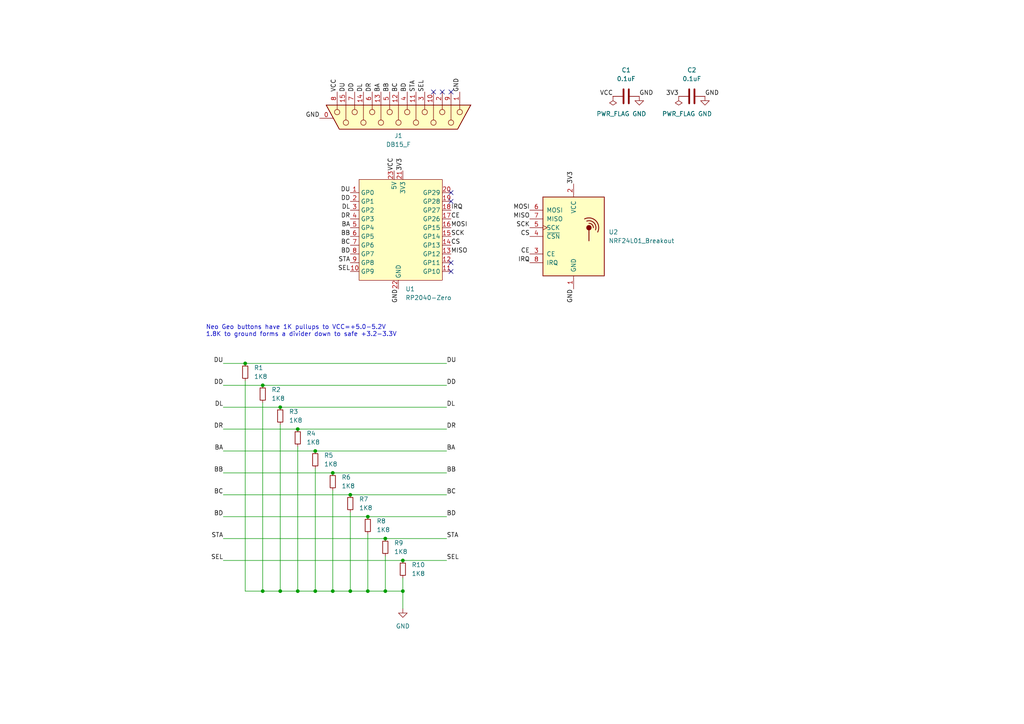
<source format=kicad_sch>
(kicad_sch (version 20230121) (generator eeschema)
  (paper "A4")
  (lib_symbols
    (symbol "Connector:DA15_Receptacle_MountingHoles" (pin_names (offset 1.016) hide)
      (property "Reference" "J" (at 0 24.13 0))
      (property "Value" "DA15_Receptacle_MountingHoles" (at 0 22.225 0))
      (symbol "DA15_Receptacle_MountingHoles_0_1"
        (circle (center -1.778 -17.78) (radius 0.762))
        (circle (center -1.778 -12.7) (radius 0.762))
        (circle (center -1.778 -7.62) (radius 0.762))
        (circle (center -1.778 -2.54) (radius 0.762))
        (circle (center -1.778 2.54) (radius 0.762))
        (circle (center -1.778 7.62) (radius 0.762))
        (circle (center -1.778 12.7) (radius 0.762))
        (circle (center -1.778 17.78) (radius 0.762))
        (polyline (pts (xy -3.81 -17.78) (xy -2.54 -17.78)))
        (polyline (pts (xy -3.81 -15.24) (xy 0.508 -15.24)))
        (polyline (pts (xy -3.81 -12.7) (xy -2.54 -12.7)))
        (polyline (pts (xy -3.81 -10.16) (xy 0.508 -10.16)))
        (polyline (pts (xy -3.81 -7.62) (xy -2.54 -7.62)))
        (polyline (pts (xy -3.81 -5.08) (xy 0.508 -5.08)))
        (polyline (pts (xy -3.81 -2.54) (xy -2.54 -2.54)))
        (polyline (pts (xy -3.81 0) (xy 0.508 0)))
        (polyline (pts (xy -3.81 2.54) (xy -2.54 2.54)))
        (polyline (pts (xy -3.81 5.08) (xy 0.508 5.08)))
        (polyline (pts (xy -3.81 7.62) (xy -2.54 7.62)))
        (polyline (pts (xy -3.81 10.16) (xy 0.508 10.16)))
        (polyline (pts (xy -3.81 12.7) (xy -2.54 12.7)))
        (polyline (pts (xy -3.81 15.24) (xy 0.508 15.24)))
        (polyline (pts (xy -3.81 17.78) (xy -2.54 17.78)))
        (polyline (pts (xy -3.81 20.955) (xy 3.175 17.145) (xy 3.175 -17.145) (xy -3.81 -20.955) (xy -3.81 20.955)) (stroke (width 0.254)) (fill (type background)))
        (circle (center 1.27 -15.24) (radius 0.762))
        (circle (center 1.27 -10.16) (radius 0.762))
        (circle (center 1.27 -5.08) (radius 0.762))
        (circle (center 1.27 0) (radius 0.762))
        (circle (center 1.27 5.08) (radius 0.762))
        (circle (center 1.27 10.16) (radius 0.762))
        (circle (center 1.27 15.24) (radius 0.762))
      )
      (symbol "DA15_Receptacle_MountingHoles_1_1"
        (pin passive line (at 0 -22.86 90) (length 3.81) (name "PAD") (number "0"))
        (pin passive line (at -7.62 17.78 0) (length 3.81) (name "1") (number "1"))
        (pin passive line (at -7.62 10.16 0) (length 3.81) (name "P10") (number "10"))
        (pin passive line (at -7.62 5.08 0) (length 3.81) (name "P111") (number "11"))
        (pin passive line (at -7.62 0 0) (length 3.81) (name "P12") (number "12"))
        (pin passive line (at -7.62 -5.08 0) (length 3.81) (name "P13") (number "13"))
        (pin passive line (at -7.62 -10.16 0) (length 3.81) (name "P14") (number "14"))
        (pin passive line (at -7.62 -15.24 0) (length 3.81) (name "P15") (number "15"))
        (pin passive line (at -7.62 12.7 0) (length 3.81) (name "2") (number "2"))
        (pin passive line (at -7.62 7.62 0) (length 3.81) (name "3") (number "3"))
        (pin passive line (at -7.62 2.54 0) (length 3.81) (name "4") (number "4"))
        (pin passive line (at -7.62 -2.54 0) (length 3.81) (name "5") (number "5"))
        (pin passive line (at -7.62 -7.62 0) (length 3.81) (name "6") (number "6"))
        (pin passive line (at -7.62 -12.7 0) (length 3.81) (name "7") (number "7"))
        (pin passive line (at -7.62 -17.78 0) (length 3.81) (name "8") (number "8"))
        (pin passive line (at -7.62 15.24 0) (length 3.81) (name "P9") (number "9"))
      )
    )
    (symbol "Device:C" (pin_numbers hide) (pin_names (offset 0.254))
      (property "Reference" "C" (at 0.635 2.54 0))
      (property "Value" "C" (at 0.635 -2.54 0))
      (symbol "C_0_1"
        (polyline (pts (xy -2.032 -0.762) (xy 2.032 -0.762)) (stroke (width 0.508)))
        (polyline (pts (xy -2.032 0.762) (xy 2.032 0.762)) (stroke (width 0.508)))
      )
      (symbol "C_1_1"
        (pin passive line (at 0 3.81 270) (length 2.794) (name "~") (number "1"))
        (pin passive line (at 0 -3.81 90) (length 2.794) (name "~") (number "2"))
      )
    )
    (symbol "Device:R_Small" (pin_numbers hide) (pin_names (offset 0.254) hide)
      (property "Reference" "R" (at 0.762 0.508 0))
      (property "Value" "R_Small" (at 0.762 -1.016 0))
      (symbol "R_Small_0_1"
        (rectangle (start -0.762 1.778) (end 0.762 -1.778) (stroke (width 0.2032)))
      )
      (symbol "R_Small_1_1"
        (pin passive line (at 0 2.54 270) (length 0.762) (name "~") (number "1"))
        (pin passive line (at 0 -2.54 90) (length 0.762) (name "~") (number "2"))
      )
    )
    (symbol "RF:NRF24L01_Breakout" (pin_names (offset 1.016))
      (property "Reference" "U" (at -8.89 12.7 0))
      (property "Value" "NRF24L01_Breakout" (at 3.81 12.7 0))
      (symbol "NRF24L01_Breakout_0_1"
        (rectangle (start -8.89 11.43) (end 8.89 -11.43) (stroke (width 0.254)) (fill (type background)))
        (polyline (pts (xy 4.445 1.905) (xy 4.445 -1.27)) (stroke (width 0.254)))
        (circle (center 4.445 2.54) (radius 0.635) (stroke (width 0.254)) (fill (type outline)))
        (arc (start 5.715 2.54) (mid 5.3521 3.4546) (end 4.445 3.81) (stroke (width 0.254)))
        (arc (start 6.35 1.905) (mid 5.8763 3.9854) (end 3.81 4.445) (stroke (width 0.254)))
        (arc (start 6.985 1.27) (mid 6.453 4.548) (end 3.175 5.08) (stroke (width 0.254)))
      )
      (symbol "NRF24L01_Breakout_1_1"
        (pin power_in line (at 0 -15.24 90) (length 3.81) (name "GND") (number "1"))
        (pin power_in line (at 0 15.24 270) (length 3.81) (name "VCC") (number "2"))
        (pin input line (at -12.7 -5.08 0) (length 3.81) (name "CE") (number "3"))
        (pin input line (at -12.7 0 0) (length 3.81) (name "~{CSN}") (number "4"))
        (pin input clock (at -12.7 2.54 0) (length 3.81) (name "SCK") (number "5"))
        (pin input line (at -12.7 7.62 0) (length 3.81) (name "MOSI") (number "6"))
        (pin output line (at -12.7 5.08 0) (length 3.81) (name "MISO") (number "7"))
        (pin output line (at -12.7 -7.62 0) (length 3.81) (name "IRQ") (number "8"))
      )
    )
    (symbol "RP2040Zero:RP2040-Zero"
      (property "Reference" "RZ" (at 0 0 0))
      (property "Value" "RP2040-Zero" (at 0 -2.54 0))
      (symbol "RP2040-Zero_0_1"
        (rectangle (start -11.43 -15.24) (end 12.7 13.97) (fill (type background)))
      )
      (symbol "RP2040-Zero_1_1"
        (pin bidirectional line (at -13.97 10.16 0) (length 2.54) (name "GP0") (number "1"))
        (pin bidirectional line (at -13.97 -12.7 0) (length 2.54) (name "GP9") (number "10"))
        (pin bidirectional line (at 15.24 -12.7 180) (length 2.54) (name "GP10") (number "11"))
        (pin bidirectional line (at 15.24 -10.16 180) (length 2.54) (name "GP11") (number "12"))
        (pin bidirectional line (at 15.24 -7.62 180) (length 2.54) (name "GP12") (number "13"))
        (pin bidirectional line (at 15.24 -5.08 180) (length 2.54) (name "GP13") (number "14"))
        (pin bidirectional line (at 15.24 -2.54 180) (length 2.54) (name "GP14") (number "15"))
        (pin bidirectional line (at 15.24 0 180) (length 2.54) (name "GP15") (number "16"))
        (pin bidirectional line (at 15.24 2.54 180) (length 2.54) (name "GP26") (number "17"))
        (pin bidirectional line (at 15.24 5.08 180) (length 2.54) (name "GP27") (number "18"))
        (pin bidirectional line (at 15.24 7.62 180) (length 2.54) (name "GP28") (number "19"))
        (pin bidirectional line (at -13.97 7.62 0) (length 2.54) (name "GP1") (number "2"))
        (pin bidirectional line (at 15.24 10.16 180) (length 2.54) (name "GP29") (number "20"))
        (pin power_in line (at 1.27 16.51 270) (length 2.54) (name "3V3") (number "21"))
        (pin power_in line (at 0 -17.78 90) (length 2.54) (name "GND") (number "22"))
        (pin power_in line (at -1.27 16.51 270) (length 2.54) (name "5V") (number "23"))
        (pin bidirectional line (at -13.97 5.08 0) (length 2.54) (name "GP2") (number "3"))
        (pin bidirectional line (at -13.97 2.54 0) (length 2.54) (name "GP3") (number "4"))
        (pin bidirectional line (at -13.97 0 0) (length 2.54) (name "GP4") (number "5"))
        (pin bidirectional line (at -13.97 -2.54 0) (length 2.54) (name "GP5") (number "6"))
        (pin bidirectional line (at -13.97 -5.08 0) (length 2.54) (name "GP6") (number "7"))
        (pin bidirectional line (at -13.97 -7.62 0) (length 2.54) (name "GP7") (number "8"))
        (pin bidirectional line (at -13.97 -10.16 0) (length 2.54) (name "GP8") (number "9"))
      )
    )
    (symbol "power:GND" (power) (pin_names (offset 0))
      (property "Value" "GND" (at 0 -3.81 0))
      (symbol "GND_0_1"
        (polyline (pts (xy 0 0) (xy 0 -1.27) (xy 1.27 -1.27) (xy 0 -2.54) (xy -1.27 -1.27) (xy 0 -1.27)))
      )
      (symbol "GND_1_1"
        (pin power_in line (at 0 0 270) (length 0) hide (name "GND") (number "1"))
      )
    )
    (symbol "power:PWR_FLAG" (power) (pin_numbers hide) (pin_names (offset 0) hide)
      (property "Value" "PWR_FLAG" (at 0 3.81 0))
      (symbol "PWR_FLAG_0_0"
        (pin power_out line (at 0 0 90) (length 0) (name "pwr") (number "1"))
      )
      (symbol "PWR_FLAG_0_1"
        (polyline (pts (xy 0 0) (xy 0 1.27) (xy -1.016 1.905) (xy 0 2.54) (xy 1.016 1.905) (xy 0 1.27)))
      )
    )
  )
  (junction (at 86.36 124.46))
  (junction (at 96.52 171.45))
  (junction (at 81.28 118.11))
  (junction (at 106.68 171.45))
  (junction (at 106.68 149.86))
  (junction (at 116.84 162.56))
  (junction (at 101.6 143.51))
  (junction (at 76.2 171.45))
  (junction (at 91.44 171.45))
  (junction (at 76.2 111.76))
  (junction (at 111.76 171.45))
  (junction (at 116.84 171.45))
  (junction (at 86.36 171.45))
  (junction (at 96.52 137.16))
  (junction (at 81.28 171.45))
  (junction (at 101.6 171.45))
  (junction (at 71.12 105.41))
  (junction (at 111.76 156.21))
  (junction (at 91.44 130.81))
  (no_connect (at 130.81 76.2))
  (no_connect (at 130.81 78.74))
  (no_connect (at 130.81 55.88))
  (no_connect (at 130.81 58.42))
  (no_connect (at 128.27 26.67))
  (no_connect (at 125.73 26.67))
  (no_connect (at 130.81 26.67))
  (wire (pts (xy 81.28 123.19) (xy 81.28 171.45)))
  (wire (pts (xy 64.77 143.51) (xy 101.6 143.51)))
  (wire (pts (xy 64.77 111.76) (xy 76.2 111.76)))
  (wire (pts (xy 91.44 130.81) (xy 129.54 130.81)))
  (wire (pts (xy 76.2 171.45) (xy 81.28 171.45)))
  (wire (pts (xy 101.6 171.45) (xy 106.68 171.45)))
  (wire (pts (xy 64.77 156.21) (xy 111.76 156.21)))
  (wire (pts (xy 64.77 130.81) (xy 91.44 130.81)))
  (wire (pts (xy 101.6 148.59) (xy 101.6 171.45)))
  (wire (pts (xy 111.76 156.21) (xy 129.54 156.21)))
  (wire (pts (xy 116.84 171.45) (xy 116.84 176.53)))
  (wire (pts (xy 101.6 143.51) (xy 129.54 143.51)))
  (wire (pts (xy 76.2 111.76) (xy 129.54 111.76)))
  (wire (pts (xy 81.28 118.11) (xy 129.54 118.11)))
  (wire (pts (xy 96.52 142.24) (xy 96.52 171.45)))
  (wire (pts (xy 86.36 129.54) (xy 86.36 171.45)))
  (wire (pts (xy 86.36 171.45) (xy 91.44 171.45)))
  (wire (pts (xy 86.36 124.46) (xy 129.54 124.46)))
  (wire (pts (xy 96.52 137.16) (xy 129.54 137.16)))
  (wire (pts (xy 64.77 105.41) (xy 71.12 105.41)))
  (wire (pts (xy 71.12 105.41) (xy 129.54 105.41)))
  (wire (pts (xy 91.44 135.89) (xy 91.44 171.45)))
  (wire (pts (xy 64.77 118.11) (xy 81.28 118.11)))
  (wire (pts (xy 116.84 162.56) (xy 129.54 162.56)))
  (wire (pts (xy 91.44 171.45) (xy 96.52 171.45)))
  (wire (pts (xy 64.77 124.46) (xy 86.36 124.46)))
  (wire (pts (xy 64.77 149.86) (xy 106.68 149.86)))
  (wire (pts (xy 96.52 171.45) (xy 101.6 171.45)))
  (wire (pts (xy 76.2 116.84) (xy 76.2 171.45)))
  (wire (pts (xy 71.12 171.45) (xy 76.2 171.45)))
  (wire (pts (xy 116.84 167.64) (xy 116.84 171.45)))
  (wire (pts (xy 111.76 161.29) (xy 111.76 171.45)))
  (wire (pts (xy 64.77 162.56) (xy 116.84 162.56)))
  (wire (pts (xy 106.68 149.86) (xy 129.54 149.86)))
  (wire (pts (xy 106.68 171.45) (xy 111.76 171.45)))
  (wire (pts (xy 64.77 137.16) (xy 96.52 137.16)))
  (wire (pts (xy 111.76 171.45) (xy 116.84 171.45)))
  (wire (pts (xy 106.68 154.94) (xy 106.68 171.45)))
  (wire (pts (xy 81.28 171.45) (xy 86.36 171.45)))
  (wire (pts (xy 71.12 110.49) (xy 71.12 171.45)))
  (text "Neo Geo buttons have 1K pullups to VCC=+5.0-5.2V\n1.8K to ground forms a divider down to safe +3.2-3.3V" (at 59.69 97.79 0) (effects (font (size 1.27 1.27)) (justify left bottom)))
  (label "BB" (at 113.03 26.67 90))
  (label "BD" (at 129.54 149.86 0))
  (label "DR" (at 129.54 124.46 0))
  (label "CS" (at 130.81 71.12 0))
  (label "GND" (at 115.57 83.82 270))
  (label "DL" (at 105.41 26.67 90))
  (label "BC" (at 129.54 143.51 0))
  (label "3V3" (at 116.84 49.53 90))
  (label "DD" (at 64.77 111.76 180))
  (label "BB" (at 101.6 68.58 180))
  (label "BD" (at 101.6 73.66 180))
  (label "VCC" (at 97.79 26.67 90))
  (label "BC" (at 64.77 143.51 180))
  (label "STA" (at 120.65 26.67 90))
  (label "SCK" (at 130.81 68.58 0))
  (label "IRQ" (at 153.67 76.2 180))
  (label "3V3" (at 166.37 53.34 90))
  (label "DU" (at 100.33 26.67 90))
  (label "VCC" (at 114.3 49.53 90))
  (label "BB" (at 64.77 137.16 180))
  (label "DU" (at 101.6 55.88 180))
  (label "DR" (at 101.6 63.5 180))
  (label "CE" (at 153.67 73.66 180))
  (label "STA" (at 101.6 76.2 180))
  (label "DD" (at 129.54 111.76 0))
  (label "3V3" (at 196.85 27.94 180))
  (label "DL" (at 64.77 118.11 180))
  (label "BD" (at 118.11 26.67 90))
  (label "MISO" (at 130.81 73.66 0))
  (label "CE" (at 130.81 63.5 0))
  (label "CS" (at 153.67 68.58 180))
  (label "GND" (at 133.35 26.67 90))
  (label "DU" (at 64.77 105.41 180))
  (label "BC" (at 101.6 71.12 180))
  (label "DD" (at 102.87 26.67 90))
  (label "BA" (at 101.6 66.04 180))
  (label "SCK" (at 153.67 66.04 180))
  (label "DR" (at 107.95 26.67 90))
  (label "BB" (at 129.54 137.16 0))
  (label "BA" (at 64.77 130.81 180))
  (label "MOSI" (at 130.81 66.04 0))
  (label "BA" (at 110.49 26.67 90))
  (label "MISO" (at 153.67 63.5 180))
  (label "BC" (at 115.57 26.67 90))
  (label "SEL" (at 64.77 162.56 180))
  (label "VCC" (at 177.8 27.94 180))
  (label "BA" (at 129.54 130.81 0))
  (label "DU" (at 129.54 105.41 0))
  (label "GND" (at 204.47 27.94 0))
  (label "STA" (at 129.54 156.21 0))
  (label "GND" (at 185.42 27.94 0))
  (label "STA" (at 64.77 156.21 180))
  (label "SEL" (at 123.19 26.67 90))
  (label "GND" (at 92.71 34.29 180))
  (label "DD" (at 101.6 58.42 180))
  (label "MOSI" (at 153.67 60.96 180))
  (label "DL" (at 101.6 60.96 180))
  (label "SEL" (at 101.6 78.74 180))
  (label "DR" (at 64.77 124.46 180))
  (label "DL" (at 129.54 118.11 0))
  (label "IRQ" (at 130.81 60.96 0))
  (label "GND" (at 166.37 83.82 270))
  (label "SEL" (at 129.54 162.56 0))
  (label "BD" (at 64.77 149.86 180))
  (symbol (lib_id "Device:R_Small") (at 86.36 127 0) (unit 1)
    (property "Reference" "R4" (at 88.9 125.73 0) (effects (justify left)))
    (property "Value" "1K8" (at 88.9 128.27 0) (effects (justify left)))
    (property "Footprint" "Resistor_SMD:R_0805_2012Metric_Pad1.20x1.40mm_HandSolder" (effects hide))
  )
  (symbol (lib_id "RF:NRF24L01_Breakout") (at 166.37 68.58 0) (unit 1)
    (property "Reference" "U2" (at 176.53 67.3099 0) (effects (justify left)))
    (property "Value" "NRF24L01_Breakout" (at 176.53 69.8499 0) (effects (justify left)))
    (property "Footprint" "NRF24L01:NRF24L01-SMD" (effects hide))
    (property "Datasheet" "http://www.nordicsemi.com/eng/content/download/2730/34105/file/nRF24L01_Product_Specification_v2_0.pdf" (effects hide))
  )
  (symbol (lib_id "Device:R_Small") (at 81.28 120.65 0) (unit 1)
    (property "Reference" "R3" (at 83.82 119.38 0) (effects (justify left)))
    (property "Value" "1K8" (at 83.82 121.92 0) (effects (justify left)))
    (property "Footprint" "Resistor_SMD:R_0805_2012Metric_Pad1.20x1.40mm_HandSolder" (effects hide))
  )
  (symbol (lib_id "Device:R_Small") (at 96.52 139.7 0) (unit 1)
    (property "Reference" "R6" (at 99.06 138.43 0) (effects (justify left)))
    (property "Value" "1K8" (at 99.06 140.97 0) (effects (justify left)))
    (property "Footprint" "Resistor_SMD:R_0805_2012Metric_Pad1.20x1.40mm_HandSolder" (effects hide))
  )
  (symbol (lib_id "Device:R_Small") (at 116.84 165.1 0) (unit 1)
    (property "Reference" "R10" (at 119.38 163.83 0) (effects (justify left)))
    (property "Value" "1K8" (at 119.38 166.37 0) (effects (justify left)))
    (property "Footprint" "Resistor_SMD:R_0805_2012Metric_Pad1.20x1.40mm_HandSolder" (effects hide))
  )
  (symbol (lib_id "Device:C") (at 181.61 27.94 90) (unit 1)
    (property "Reference" "C1" (at 181.61 20.32 90))
    (property "Value" "0.1uF" (at 181.61 22.86 90))
    (property "Footprint" "Capacitor_SMD:C_0603_1608Metric_Pad1.08x0.95mm_HandSolder" (effects hide))
  )
  (symbol (lib_id "RP2040Zero:RP2040-Zero") (at 115.57 66.04 0) (unit 1)
    (property "Reference" "U1" (at 117.5894 83.82 0) (effects (justify left)))
    (property "Value" "RP2040-Zero" (at 117.5894 86.36 0) (effects (justify left)))
    (property "Footprint" "RP2040Zero:RP2040-Zero" (effects hide))
  )
  (symbol (lib_id "power:GND") (at 116.84 176.53 0) (unit 1)
    (property "Reference" "#PWR01" (effects hide))
    (property "Value" "GND" (at 116.84 181.61 0))
  )
  (symbol (lib_id "Device:R_Small") (at 91.44 133.35 0) (unit 1)
    (property "Reference" "R5" (at 93.98 132.08 0) (effects (justify left)))
    (property "Value" "1K8" (at 93.98 134.62 0) (effects (justify left)))
    (property "Footprint" "Resistor_SMD:R_0805_2012Metric_Pad1.20x1.40mm_HandSolder" (effects hide))
  )
  (symbol (lib_id "Device:R_Small") (at 106.68 152.4 0) (unit 1)
    (property "Reference" "R8" (at 109.22 151.13 0) (effects (justify left)))
    (property "Value" "1K8" (at 109.22 153.67 0) (effects (justify left)))
    (property "Footprint" "Resistor_SMD:R_0805_2012Metric_Pad1.20x1.40mm_HandSolder" (effects hide))
  )
  (symbol (lib_id "Device:R_Small") (at 71.12 107.95 0) (unit 1)
    (property "Reference" "R1" (at 73.66 106.68 0) (effects (justify left)))
    (property "Value" "1K8" (at 73.66 109.22 0) (effects (justify left)))
    (property "Footprint" "Resistor_SMD:R_0805_2012Metric_Pad1.20x1.40mm_HandSolder" (effects hide))
  )
  (symbol (lib_id "power:PWR_FLAG") (at 196.85 27.94 180) (unit 1)
    (property "Reference" "#FLG02" (effects hide))
    (property "Value" "PWR_FLAG" (at 196.85 33.02 0))
  )
  (symbol (lib_id "power:PWR_FLAG") (at 177.8 27.94 180) (unit 1)
    (property "Reference" "#FLG01" (effects hide))
    (property "Value" "PWR_FLAG" (at 177.8 33.02 0))
  )
  (symbol (lib_id "power:GND") (at 185.42 27.94 0) (unit 1)
    (property "Reference" "#PWR02" (effects hide))
    (property "Value" "GND" (at 185.42 33.02 0))
  )
  (symbol (lib_id "power:GND") (at 204.47 27.94 0) (unit 1)
    (property "Reference" "#PWR03" (effects hide))
    (property "Value" "GND" (at 204.47 33.02 0))
  )
  (symbol (lib_id "Connector:DA15_Receptacle_MountingHoles") (at 115.57 34.29 270) (unit 1)
    (property "Reference" "J1" (at 115.57 39.37 90))
    (property "Value" "DB15_F" (at 115.57 41.91 90))
    (property "Footprint" "DB15:TE_Connectivity-5747845-5-0-0-MFG" (effects hide))
    (property "Datasheet" " ~" (effects hide))
  )
  (symbol (lib_id "Device:R_Small") (at 76.2 114.3 0) (unit 1)
    (property "Reference" "R2" (at 78.74 113.03 0) (effects (justify left)))
    (property "Value" "1K8" (at 78.74 115.57 0) (effects (justify left)))
    (property "Footprint" "Resistor_SMD:R_0805_2012Metric_Pad1.20x1.40mm_HandSolder" (effects hide))
  )
  (symbol (lib_id "Device:R_Small") (at 101.6 146.05 0) (unit 1)
    (property "Reference" "R7" (at 104.14 144.78 0) (effects (justify left)))
    (property "Value" "1K8" (at 104.14 147.32 0) (effects (justify left)))
    (property "Footprint" "Resistor_SMD:R_0805_2012Metric_Pad1.20x1.40mm_HandSolder" (effects hide))
  )
  (symbol (lib_id "Device:R_Small") (at 111.76 158.75 0) (unit 1)
    (property "Reference" "R9" (at 114.3 157.48 0) (effects (justify left)))
    (property "Value" "1K8" (at 114.3 160.02 0) (effects (justify left)))
    (property "Footprint" "Resistor_SMD:R_0805_2012Metric_Pad1.20x1.40mm_HandSolder" (effects hide))
  )
  (symbol (lib_id "Device:C") (at 200.66 27.94 90) (unit 1)
    (property "Reference" "C2" (at 200.66 20.32 90))
    (property "Value" "0.1uF" (at 200.66 22.86 90))
    (property "Footprint" "Capacitor_SMD:C_0603_1608Metric_Pad1.08x0.95mm_HandSolder" (effects hide))
  )
)
</source>
